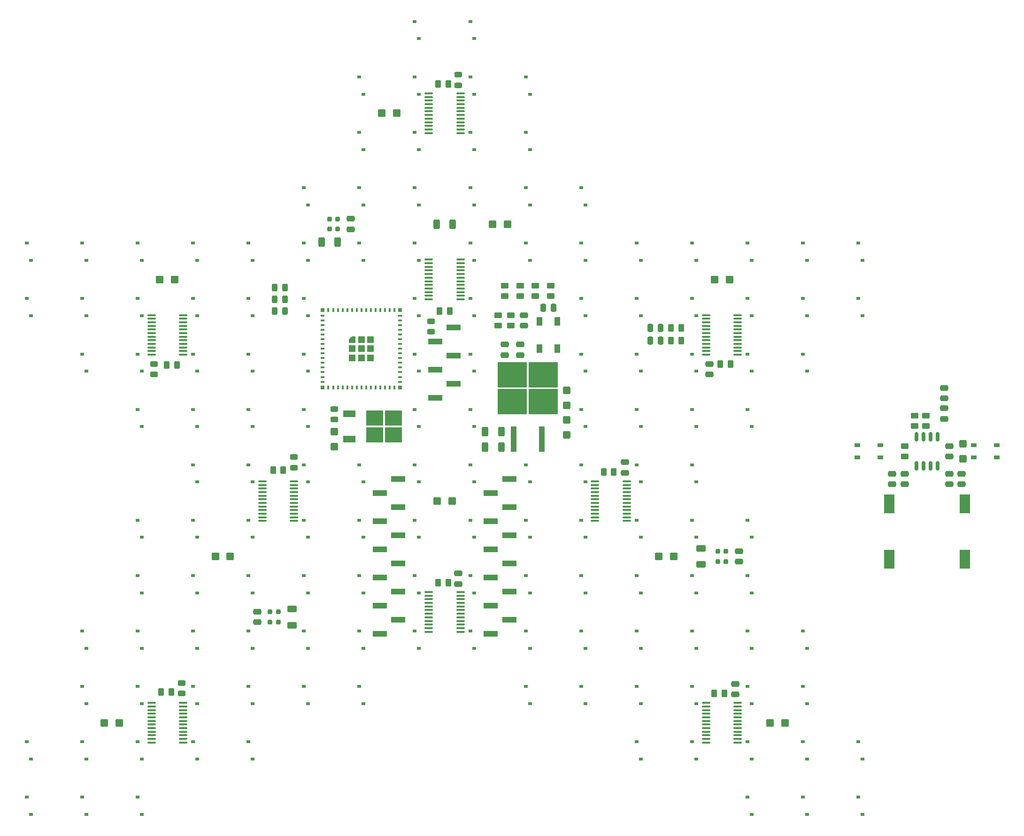
<source format=gbr>
%TF.GenerationSoftware,KiCad,Pcbnew,(6.0.7-1)-1*%
%TF.CreationDate,2022-10-07T15:09:27-06:00*%
%TF.ProjectId,starman,73746172-6d61-46e2-9e6b-696361645f70,rev?*%
%TF.SameCoordinates,Original*%
%TF.FileFunction,Paste,Top*%
%TF.FilePolarity,Positive*%
%FSLAX46Y46*%
G04 Gerber Fmt 4.6, Leading zero omitted, Abs format (unit mm)*
G04 Created by KiCad (PCBNEW (6.0.7-1)-1) date 2022-10-07 15:09:27*
%MOMM*%
%LPD*%
G01*
G04 APERTURE LIST*
G04 Aperture macros list*
%AMRoundRect*
0 Rectangle with rounded corners*
0 $1 Rounding radius*
0 $2 $3 $4 $5 $6 $7 $8 $9 X,Y pos of 4 corners*
0 Add a 4 corners polygon primitive as box body*
4,1,4,$2,$3,$4,$5,$6,$7,$8,$9,$2,$3,0*
0 Add four circle primitives for the rounded corners*
1,1,$1+$1,$2,$3*
1,1,$1+$1,$4,$5*
1,1,$1+$1,$6,$7*
1,1,$1+$1,$8,$9*
0 Add four rect primitives between the rounded corners*
20,1,$1+$1,$2,$3,$4,$5,0*
20,1,$1+$1,$4,$5,$6,$7,0*
20,1,$1+$1,$6,$7,$8,$9,0*
20,1,$1+$1,$8,$9,$2,$3,0*%
%AMFreePoly0*
4,1,6,0.600000,-0.600000,-0.600000,-0.600000,-0.600000,0.000000,0.000000,0.600000,0.600000,0.600000,0.600000,-0.600000,0.600000,-0.600000,$1*%
G04 Aperture macros list end*
%ADD10RoundRect,0.243750X-0.243750X-0.456250X0.243750X-0.456250X0.243750X0.456250X-0.243750X0.456250X0*%
%ADD11RoundRect,0.243750X0.456250X-0.243750X0.456250X0.243750X-0.456250X0.243750X-0.456250X-0.243750X0*%
%ADD12RoundRect,0.250000X0.425000X-0.450000X0.425000X0.450000X-0.425000X0.450000X-0.425000X-0.450000X0*%
%ADD13RoundRect,0.250000X-0.425000X0.450000X-0.425000X-0.450000X0.425000X-0.450000X0.425000X0.450000X0*%
%ADD14R,0.800000X0.600000*%
%ADD15RoundRect,0.100000X-0.637500X-0.100000X0.637500X-0.100000X0.637500X0.100000X-0.637500X0.100000X0*%
%ADD16RoundRect,0.100000X0.637500X0.100000X-0.637500X0.100000X-0.637500X-0.100000X0.637500X-0.100000X0*%
%ADD17RoundRect,0.250000X0.475000X-0.250000X0.475000X0.250000X-0.475000X0.250000X-0.475000X-0.250000X0*%
%ADD18R,0.800000X0.400000*%
%ADD19R,0.400000X0.800000*%
%ADD20R,1.200000X1.200000*%
%ADD21R,0.800000X0.800000*%
%ADD22FreePoly0,0.000000*%
%ADD23R,2.510000X1.000000*%
%ADD24RoundRect,0.243750X-0.456250X0.243750X-0.456250X-0.243750X0.456250X-0.243750X0.456250X0.243750X0*%
%ADD25RoundRect,0.250000X0.450000X0.425000X-0.450000X0.425000X-0.450000X-0.425000X0.450000X-0.425000X0*%
%ADD26RoundRect,0.200000X0.200000X0.250000X-0.200000X0.250000X-0.200000X-0.250000X0.200000X-0.250000X0*%
%ADD27RoundRect,0.250000X-0.450000X-0.425000X0.450000X-0.425000X0.450000X0.425000X-0.450000X0.425000X0*%
%ADD28RoundRect,0.250000X0.450000X-0.262500X0.450000X0.262500X-0.450000X0.262500X-0.450000X-0.262500X0*%
%ADD29RoundRect,0.250000X-0.262500X-0.450000X0.262500X-0.450000X0.262500X0.450000X-0.262500X0.450000X0*%
%ADD30RoundRect,0.250000X0.262500X0.450000X-0.262500X0.450000X-0.262500X-0.450000X0.262500X-0.450000X0*%
%ADD31RoundRect,0.150000X-0.150000X0.675000X-0.150000X-0.675000X0.150000X-0.675000X0.150000X0.675000X0*%
%ADD32RoundRect,0.250000X-0.625000X0.312500X-0.625000X-0.312500X0.625000X-0.312500X0.625000X0.312500X0*%
%ADD33RoundRect,0.250000X-0.475000X0.250000X-0.475000X-0.250000X0.475000X-0.250000X0.475000X0.250000X0*%
%ADD34RoundRect,0.250000X-0.250000X-0.475000X0.250000X-0.475000X0.250000X0.475000X-0.250000X0.475000X0*%
%ADD35RoundRect,0.250000X0.250000X0.475000X-0.250000X0.475000X-0.250000X-0.475000X0.250000X-0.475000X0*%
%ADD36RoundRect,0.250000X-0.450000X0.262500X-0.450000X-0.262500X0.450000X-0.262500X0.450000X0.262500X0*%
%ADD37RoundRect,0.200000X-0.200000X-0.250000X0.200000X-0.250000X0.200000X0.250000X-0.200000X0.250000X0*%
%ADD38R,1.050000X0.650000*%
%ADD39R,3.050000X2.750000*%
%ADD40R,2.200000X1.200000*%
%ADD41R,1.900000X3.500000*%
%ADD42RoundRect,0.250000X0.312500X0.625000X-0.312500X0.625000X-0.312500X-0.625000X0.312500X-0.625000X0*%
%ADD43R,5.250000X4.550000*%
%ADD44R,1.100000X4.600000*%
%ADD45RoundRect,0.250000X0.625000X-0.312500X0.625000X0.312500X-0.625000X0.312500X-0.625000X-0.312500X0*%
%ADD46RoundRect,0.250000X-0.312500X-0.625000X0.312500X-0.625000X0.312500X0.625000X-0.312500X0.625000X0*%
%ADD47R,1.000000X1.500000*%
G04 APERTURE END LIST*
D10*
%TO.C,C2*%
X79337500Y-83600000D03*
X81212500Y-83600000D03*
%TD*%
%TO.C,C3*%
X79337500Y-85700000D03*
X81212500Y-85700000D03*
%TD*%
D11*
%TO.C,C4*%
X90100000Y-105275000D03*
X90100000Y-103400000D03*
%TD*%
D12*
%TO.C,C5*%
X90100000Y-110200000D03*
X90100000Y-107500000D03*
%TD*%
%TO.C,C6*%
X132000000Y-108075000D03*
X132000000Y-105375000D03*
%TD*%
D13*
%TO.C,C7*%
X132000000Y-100050000D03*
X132000000Y-102750000D03*
%TD*%
D14*
%TO.C,D1*%
X104625000Y-33450000D03*
X105375000Y-36550000D03*
%TD*%
%TO.C,D2*%
X114625000Y-33450000D03*
X115375000Y-36550000D03*
%TD*%
%TO.C,D3*%
X94625000Y-43450000D03*
X95375000Y-46550000D03*
%TD*%
%TO.C,D4*%
X104625000Y-43450000D03*
X105375000Y-46550000D03*
%TD*%
%TO.C,D5*%
X114625000Y-43450000D03*
X115375000Y-46550000D03*
%TD*%
%TO.C,D6*%
X125375000Y-46550000D03*
X124625000Y-43450000D03*
%TD*%
%TO.C,D8*%
X104625000Y-53450000D03*
X105375000Y-56550000D03*
%TD*%
%TO.C,D9*%
X114625000Y-53450000D03*
X115375000Y-56550000D03*
%TD*%
%TO.C,D10*%
X124625000Y-53450000D03*
X125375000Y-56550000D03*
%TD*%
%TO.C,D11*%
X85375000Y-66550000D03*
X84625000Y-63450000D03*
%TD*%
%TO.C,D12*%
X94625000Y-63450000D03*
X95375000Y-66550000D03*
%TD*%
%TO.C,D14*%
X114625000Y-63450000D03*
X115375000Y-66550000D03*
%TD*%
%TO.C,D15*%
X125375000Y-66550000D03*
X124625000Y-63450000D03*
%TD*%
%TO.C,D16*%
X134625000Y-63450000D03*
X135375000Y-66550000D03*
%TD*%
%TO.C,D17*%
X34625000Y-73450000D03*
X35375000Y-76550000D03*
%TD*%
%TO.C,D18*%
X45375000Y-76550000D03*
X44625000Y-73450000D03*
%TD*%
%TO.C,D19*%
X55375000Y-76550000D03*
X54625000Y-73450000D03*
%TD*%
%TO.C,D20*%
X64625000Y-73450000D03*
X65375000Y-76550000D03*
%TD*%
%TO.C,D21*%
X75375000Y-76550000D03*
X74625000Y-73450000D03*
%TD*%
%TO.C,D22*%
X84625000Y-73450000D03*
X85375000Y-76550000D03*
%TD*%
%TO.C,D23*%
X94625000Y-73450000D03*
X95375000Y-76550000D03*
%TD*%
%TO.C,D25*%
X115375000Y-76550000D03*
X114625000Y-73450000D03*
%TD*%
%TO.C,D26*%
X124625000Y-73450000D03*
X125375000Y-76550000D03*
%TD*%
%TO.C,D27*%
X135375000Y-76550000D03*
X134625000Y-73450000D03*
%TD*%
%TO.C,D28*%
X144625000Y-73450000D03*
X145375000Y-76550000D03*
%TD*%
%TO.C,D29*%
X155375000Y-76550000D03*
X154625000Y-73450000D03*
%TD*%
%TO.C,D30*%
X164625000Y-73450000D03*
X165375000Y-76550000D03*
%TD*%
%TO.C,D31*%
X175375000Y-76550000D03*
X174625000Y-73450000D03*
%TD*%
%TO.C,D32*%
X185375000Y-76550000D03*
X184625000Y-73450000D03*
%TD*%
%TO.C,D33*%
X34625000Y-83450000D03*
X35375000Y-86550000D03*
%TD*%
%TO.C,D34*%
X45375000Y-86550000D03*
X44625000Y-83450000D03*
%TD*%
%TO.C,D36*%
X64625000Y-83450000D03*
X65375000Y-86550000D03*
%TD*%
%TO.C,D37*%
X74625000Y-83450000D03*
X75375000Y-86550000D03*
%TD*%
%TO.C,D39*%
X105375000Y-86550000D03*
X104625000Y-83450000D03*
%TD*%
%TO.C,D40*%
X114625000Y-83450000D03*
X115375000Y-86550000D03*
%TD*%
%TO.C,D41*%
X134625000Y-83450000D03*
X135375000Y-86550000D03*
%TD*%
%TO.C,D42*%
X144625000Y-83450000D03*
X145375000Y-86550000D03*
%TD*%
%TO.C,D43*%
X154625000Y-83450000D03*
X155375000Y-86550000D03*
%TD*%
%TO.C,D44*%
X165375000Y-86550000D03*
X164625000Y-83450000D03*
%TD*%
%TO.C,D45*%
X175375000Y-86550000D03*
X174625000Y-83450000D03*
%TD*%
%TO.C,D46*%
X184625000Y-83450000D03*
X185375000Y-86550000D03*
%TD*%
%TO.C,D47*%
X44625000Y-93450000D03*
X45375000Y-96550000D03*
%TD*%
%TO.C,D48*%
X54625000Y-93450000D03*
X55375000Y-96550000D03*
%TD*%
%TO.C,D49*%
X64625000Y-93450000D03*
X65375000Y-96550000D03*
%TD*%
%TO.C,D50*%
X75375000Y-96550000D03*
X74625000Y-93450000D03*
%TD*%
%TO.C,D51*%
X84625000Y-93450000D03*
X85375000Y-96550000D03*
%TD*%
%TO.C,D52*%
X104625000Y-93450000D03*
X105375000Y-96550000D03*
%TD*%
%TO.C,D53*%
X114625000Y-93450000D03*
X115375000Y-96550000D03*
%TD*%
%TO.C,D54*%
X135375000Y-96550000D03*
X134625000Y-93450000D03*
%TD*%
%TO.C,D55*%
X145375000Y-96550000D03*
X144625000Y-93450000D03*
%TD*%
%TO.C,D56*%
X155375000Y-96550000D03*
X154625000Y-93450000D03*
%TD*%
%TO.C,D57*%
X165375000Y-96550000D03*
X164625000Y-93450000D03*
%TD*%
%TO.C,D58*%
X174625000Y-93450000D03*
X175375000Y-96550000D03*
%TD*%
%TO.C,D59*%
X54625000Y-103450000D03*
X55375000Y-106550000D03*
%TD*%
%TO.C,D60*%
X65375000Y-106550000D03*
X64625000Y-103450000D03*
%TD*%
%TO.C,D61*%
X74625000Y-103450000D03*
X75375000Y-106550000D03*
%TD*%
%TO.C,D62*%
X84625000Y-103450000D03*
X85375000Y-106550000D03*
%TD*%
%TO.C,D64*%
X114625000Y-103450000D03*
X115375000Y-106550000D03*
%TD*%
%TO.C,D65*%
X134625000Y-103450000D03*
X135375000Y-106550000D03*
%TD*%
%TO.C,D69*%
X65375000Y-116550000D03*
X64625000Y-113450000D03*
%TD*%
%TO.C,D70*%
X74625000Y-113450000D03*
X75375000Y-116550000D03*
%TD*%
%TO.C,D71*%
X84625000Y-113450000D03*
X85375000Y-116550000D03*
%TD*%
%TO.C,D72*%
X94625000Y-113450000D03*
X95375000Y-116550000D03*
%TD*%
%TO.C,D73*%
X105375000Y-116550000D03*
X104625000Y-113450000D03*
%TD*%
%TO.C,D74*%
X114625000Y-113450000D03*
X115375000Y-116550000D03*
%TD*%
%TO.C,D75*%
X124625000Y-113450000D03*
X125375000Y-116550000D03*
%TD*%
%TO.C,D76*%
X135375000Y-116550000D03*
X134625000Y-113450000D03*
%TD*%
%TO.C,D77*%
X145375000Y-116550000D03*
X144625000Y-113450000D03*
%TD*%
%TO.C,D78*%
X154625000Y-113450000D03*
X155375000Y-116550000D03*
%TD*%
%TO.C,D79*%
X55375000Y-126550000D03*
X54625000Y-123450000D03*
%TD*%
%TO.C,D85*%
X115375000Y-126550000D03*
X114625000Y-123450000D03*
%TD*%
%TO.C,D86*%
X125375000Y-126550000D03*
X124625000Y-123450000D03*
%TD*%
%TO.C,D87*%
X134625000Y-123450000D03*
X135375000Y-126550000D03*
%TD*%
%TO.C,D88*%
X144625000Y-123450000D03*
X145375000Y-126550000D03*
%TD*%
%TO.C,D89*%
X155375000Y-126550000D03*
X154625000Y-123450000D03*
%TD*%
D15*
%TO.C,U8*%
X157137500Y-156425000D03*
X157137500Y-157075000D03*
X157137500Y-157725000D03*
X157137500Y-158375000D03*
X157137500Y-159025000D03*
X157137500Y-159675000D03*
X157137500Y-160325000D03*
X157137500Y-160975000D03*
X157137500Y-161625000D03*
X157137500Y-162275000D03*
X157137500Y-162925000D03*
X157137500Y-163575000D03*
X162862500Y-163575000D03*
X162862500Y-162925000D03*
X162862500Y-162275000D03*
X162862500Y-161625000D03*
X162862500Y-160975000D03*
X162862500Y-160325000D03*
X162862500Y-159675000D03*
X162862500Y-159025000D03*
X162862500Y-158375000D03*
X162862500Y-157725000D03*
X162862500Y-157075000D03*
X162862500Y-156425000D03*
%TD*%
%TO.C,U9*%
X137137500Y-116425000D03*
X137137500Y-117075000D03*
X137137500Y-117725000D03*
X137137500Y-118375000D03*
X137137500Y-119025000D03*
X137137500Y-119675000D03*
X137137500Y-120325000D03*
X137137500Y-120975000D03*
X137137500Y-121625000D03*
X137137500Y-122275000D03*
X137137500Y-122925000D03*
X137137500Y-123575000D03*
X142862500Y-123575000D03*
X142862500Y-122925000D03*
X142862500Y-122275000D03*
X142862500Y-121625000D03*
X142862500Y-120975000D03*
X142862500Y-120325000D03*
X142862500Y-119675000D03*
X142862500Y-119025000D03*
X142862500Y-118375000D03*
X142862500Y-117725000D03*
X142862500Y-117075000D03*
X142862500Y-116425000D03*
%TD*%
D14*
%TO.C,D24*%
X105375000Y-76550000D03*
X104625000Y-73450000D03*
%TD*%
%TO.C,D35*%
X54625000Y-83450000D03*
X55375000Y-86550000D03*
%TD*%
%TO.C,D90*%
X165375000Y-126550000D03*
X164625000Y-123450000D03*
%TD*%
%TO.C,D91*%
X54625000Y-133450000D03*
X55375000Y-136550000D03*
%TD*%
%TO.C,D92*%
X64625000Y-133450000D03*
X65375000Y-136550000D03*
%TD*%
%TO.C,D93*%
X74625000Y-133450000D03*
X75375000Y-136550000D03*
%TD*%
%TO.C,D94*%
X85375000Y-136550000D03*
X84625000Y-133450000D03*
%TD*%
%TO.C,D95*%
X95375000Y-136550000D03*
X94625000Y-133450000D03*
%TD*%
%TO.C,D96*%
X104625000Y-133450000D03*
X105375000Y-136550000D03*
%TD*%
%TO.C,D97*%
X114625000Y-133450000D03*
X115375000Y-136550000D03*
%TD*%
%TO.C,D98*%
X124625000Y-133450000D03*
X125375000Y-136550000D03*
%TD*%
%TO.C,D99*%
X134625000Y-133450000D03*
X135375000Y-136550000D03*
%TD*%
%TO.C,D100*%
X145375000Y-136550000D03*
X144625000Y-133450000D03*
%TD*%
%TO.C,D101*%
X155375000Y-136550000D03*
X154625000Y-133450000D03*
%TD*%
%TO.C,D102*%
X164625000Y-133450000D03*
X165375000Y-136550000D03*
%TD*%
%TO.C,D103*%
X45375000Y-146550000D03*
X44625000Y-143450000D03*
%TD*%
%TO.C,D104*%
X55375000Y-146550000D03*
X54625000Y-143450000D03*
%TD*%
%TO.C,D106*%
X74625000Y-143450000D03*
X75375000Y-146550000D03*
%TD*%
%TO.C,D107*%
X85375000Y-146550000D03*
X84625000Y-143450000D03*
%TD*%
%TO.C,D108*%
X95375000Y-146550000D03*
X94625000Y-143450000D03*
%TD*%
%TO.C,D109*%
X104625000Y-143450000D03*
X105375000Y-146550000D03*
%TD*%
%TO.C,D110*%
X115375000Y-146550000D03*
X114625000Y-143450000D03*
%TD*%
%TO.C,D111*%
X125375000Y-146550000D03*
X124625000Y-143450000D03*
%TD*%
%TO.C,D112*%
X135375000Y-146550000D03*
X134625000Y-143450000D03*
%TD*%
%TO.C,D113*%
X145375000Y-146550000D03*
X144625000Y-143450000D03*
%TD*%
%TO.C,D114*%
X154625000Y-143450000D03*
X155375000Y-146550000D03*
%TD*%
%TO.C,D115*%
X164625000Y-143450000D03*
X165375000Y-146550000D03*
%TD*%
%TO.C,D116*%
X174625000Y-143450000D03*
X175375000Y-146550000D03*
%TD*%
%TO.C,D117*%
X45375000Y-156550000D03*
X44625000Y-153450000D03*
%TD*%
%TO.C,D118*%
X55375000Y-156550000D03*
X54625000Y-153450000D03*
%TD*%
%TO.C,D119*%
X64625000Y-153450000D03*
X65375000Y-156550000D03*
%TD*%
%TO.C,D120*%
X75375000Y-156550000D03*
X74625000Y-153450000D03*
%TD*%
%TO.C,D121*%
X85375000Y-156550000D03*
X84625000Y-153450000D03*
%TD*%
%TO.C,D122*%
X95375000Y-156550000D03*
X94625000Y-153450000D03*
%TD*%
%TO.C,D123*%
X125375000Y-156550000D03*
X124625000Y-153450000D03*
%TD*%
%TO.C,D124*%
X135375000Y-156550000D03*
X134625000Y-153450000D03*
%TD*%
%TO.C,D125*%
X144625000Y-153450000D03*
X145375000Y-156550000D03*
%TD*%
%TO.C,D127*%
X164625000Y-153450000D03*
X165375000Y-156550000D03*
%TD*%
%TO.C,D128*%
X175375000Y-156550000D03*
X174625000Y-153450000D03*
%TD*%
%TO.C,D129*%
X34625000Y-163450000D03*
X35375000Y-166550000D03*
%TD*%
%TO.C,D130*%
X45375000Y-166550000D03*
X44625000Y-163450000D03*
%TD*%
%TO.C,D131*%
X54625000Y-163450000D03*
X55375000Y-166550000D03*
%TD*%
%TO.C,D132*%
X65375000Y-166550000D03*
X64625000Y-163450000D03*
%TD*%
%TO.C,D133*%
X74625000Y-163450000D03*
X75375000Y-166550000D03*
%TD*%
%TO.C,D134*%
X145375000Y-166550000D03*
X144625000Y-163450000D03*
%TD*%
%TO.C,D135*%
X155375000Y-166550000D03*
X154625000Y-163450000D03*
%TD*%
%TO.C,D136*%
X165375000Y-166550000D03*
X164625000Y-163450000D03*
%TD*%
%TO.C,D137*%
X175375000Y-166550000D03*
X174625000Y-163450000D03*
%TD*%
%TO.C,D138*%
X185375000Y-166550000D03*
X184625000Y-163450000D03*
%TD*%
D15*
%TO.C,U5*%
X77137500Y-116425000D03*
X77137500Y-117075000D03*
X77137500Y-117725000D03*
X77137500Y-118375000D03*
X77137500Y-119025000D03*
X77137500Y-119675000D03*
X77137500Y-120325000D03*
X77137500Y-120975000D03*
X77137500Y-121625000D03*
X77137500Y-122275000D03*
X77137500Y-122925000D03*
X77137500Y-123575000D03*
X82862500Y-123575000D03*
X82862500Y-122925000D03*
X82862500Y-122275000D03*
X82862500Y-121625000D03*
X82862500Y-120975000D03*
X82862500Y-120325000D03*
X82862500Y-119675000D03*
X82862500Y-119025000D03*
X82862500Y-118375000D03*
X82862500Y-117725000D03*
X82862500Y-117075000D03*
X82862500Y-116425000D03*
%TD*%
%TO.C,U3*%
X107137500Y-46425000D03*
X107137500Y-47075000D03*
X107137500Y-47725000D03*
X107137500Y-48375000D03*
X107137500Y-49025000D03*
X107137500Y-49675000D03*
X107137500Y-50325000D03*
X107137500Y-50975000D03*
X107137500Y-51625000D03*
X107137500Y-52275000D03*
X107137500Y-52925000D03*
X107137500Y-53575000D03*
X112862500Y-53575000D03*
X112862500Y-52925000D03*
X112862500Y-52275000D03*
X112862500Y-51625000D03*
X112862500Y-50975000D03*
X112862500Y-50325000D03*
X112862500Y-49675000D03*
X112862500Y-49025000D03*
X112862500Y-48375000D03*
X112862500Y-47725000D03*
X112862500Y-47075000D03*
X112862500Y-46425000D03*
%TD*%
D16*
%TO.C,U2*%
X112862500Y-83575000D03*
X112862500Y-82925000D03*
X112862500Y-82275000D03*
X112862500Y-81625000D03*
X112862500Y-80975000D03*
X112862500Y-80325000D03*
X112862500Y-79675000D03*
X112862500Y-79025000D03*
X112862500Y-78375000D03*
X112862500Y-77725000D03*
X112862500Y-77075000D03*
X112862500Y-76425000D03*
X107137500Y-76425000D03*
X107137500Y-77075000D03*
X107137500Y-77725000D03*
X107137500Y-78375000D03*
X107137500Y-79025000D03*
X107137500Y-79675000D03*
X107137500Y-80325000D03*
X107137500Y-80975000D03*
X107137500Y-81625000D03*
X107137500Y-82275000D03*
X107137500Y-82925000D03*
X107137500Y-83575000D03*
%TD*%
%TO.C,U4*%
X62862500Y-93575000D03*
X62862500Y-92925000D03*
X62862500Y-92275000D03*
X62862500Y-91625000D03*
X62862500Y-90975000D03*
X62862500Y-90325000D03*
X62862500Y-89675000D03*
X62862500Y-89025000D03*
X62862500Y-88375000D03*
X62862500Y-87725000D03*
X62862500Y-87075000D03*
X62862500Y-86425000D03*
X57137500Y-86425000D03*
X57137500Y-87075000D03*
X57137500Y-87725000D03*
X57137500Y-88375000D03*
X57137500Y-89025000D03*
X57137500Y-89675000D03*
X57137500Y-90325000D03*
X57137500Y-90975000D03*
X57137500Y-91625000D03*
X57137500Y-92275000D03*
X57137500Y-92925000D03*
X57137500Y-93575000D03*
%TD*%
D14*
%TO.C,D63*%
X104625000Y-103450000D03*
X105375000Y-106550000D03*
%TD*%
%TO.C,D80*%
X65375000Y-126550000D03*
X64625000Y-123450000D03*
%TD*%
%TO.C,D81*%
X75375000Y-126550000D03*
X74625000Y-123450000D03*
%TD*%
%TO.C,D82*%
X84625000Y-123450000D03*
X85375000Y-126550000D03*
%TD*%
%TO.C,D83*%
X94625000Y-123450000D03*
X95375000Y-126550000D03*
%TD*%
%TO.C,D84*%
X105375000Y-126550000D03*
X104625000Y-123450000D03*
%TD*%
%TO.C,D66*%
X144625000Y-103450000D03*
X145375000Y-106550000D03*
%TD*%
%TO.C,D67*%
X155375000Y-106550000D03*
X154625000Y-103450000D03*
%TD*%
%TO.C,D68*%
X164625000Y-103450000D03*
X165375000Y-106550000D03*
%TD*%
%TO.C,D139*%
X34625000Y-173450000D03*
X35375000Y-176550000D03*
%TD*%
%TO.C,D140*%
X44625000Y-173450000D03*
X45375000Y-176550000D03*
%TD*%
%TO.C,D141*%
X54625000Y-173450000D03*
X55375000Y-176550000D03*
%TD*%
%TO.C,D142*%
X165375000Y-176550000D03*
X164625000Y-173450000D03*
%TD*%
%TO.C,D143*%
X175375000Y-176550000D03*
X174625000Y-173450000D03*
%TD*%
%TO.C,D144*%
X185375000Y-176550000D03*
X184625000Y-173450000D03*
%TD*%
%TO.C,D38*%
X85375000Y-86550000D03*
X84625000Y-83450000D03*
%TD*%
%TO.C,D7*%
X95375000Y-56550000D03*
X94625000Y-53450000D03*
%TD*%
%TO.C,D13*%
X105375000Y-66550000D03*
X104625000Y-63450000D03*
%TD*%
D15*
%TO.C,U7*%
X107137500Y-136425000D03*
X107137500Y-137075000D03*
X107137500Y-137725000D03*
X107137500Y-138375000D03*
X107137500Y-139025000D03*
X107137500Y-139675000D03*
X107137500Y-140325000D03*
X107137500Y-140975000D03*
X107137500Y-141625000D03*
X107137500Y-142275000D03*
X107137500Y-142925000D03*
X107137500Y-143575000D03*
X112862500Y-143575000D03*
X112862500Y-142925000D03*
X112862500Y-142275000D03*
X112862500Y-141625000D03*
X112862500Y-140975000D03*
X112862500Y-140325000D03*
X112862500Y-139675000D03*
X112862500Y-139025000D03*
X112862500Y-138375000D03*
X112862500Y-137725000D03*
X112862500Y-137075000D03*
X112862500Y-136425000D03*
%TD*%
D14*
%TO.C,D126*%
X155375000Y-156550000D03*
X154625000Y-153450000D03*
%TD*%
D11*
%TO.C,C11*%
X82800000Y-113937500D03*
X82800000Y-112062500D03*
%TD*%
%TO.C,C9*%
X112500000Y-44937500D03*
X112500000Y-43062500D03*
%TD*%
D17*
%TO.C,C13*%
X112500000Y-134950000D03*
X112500000Y-133050000D03*
%TD*%
D18*
%TO.C,U1*%
X88000000Y-86550000D03*
X88000000Y-87400000D03*
X88000000Y-88250000D03*
X88000000Y-89100000D03*
X88000000Y-89950000D03*
X88000000Y-90800000D03*
X88000000Y-91650000D03*
X88000000Y-92500000D03*
X88000000Y-93350000D03*
X88000000Y-94200000D03*
X88000000Y-95050000D03*
X88000000Y-95900000D03*
X88000000Y-96750000D03*
X88000000Y-97600000D03*
X88000000Y-98450000D03*
D19*
X89050000Y-99500000D03*
X89900000Y-99500000D03*
X90750000Y-99500000D03*
X91600000Y-99500000D03*
X92450000Y-99500000D03*
X93300000Y-99500000D03*
X94150000Y-99500000D03*
X95000000Y-99500000D03*
X95850000Y-99500000D03*
X96700000Y-99500000D03*
X97550000Y-99500000D03*
X98400000Y-99500000D03*
X99250000Y-99500000D03*
X100100000Y-99500000D03*
X100950000Y-99500000D03*
D18*
X102000000Y-98450000D03*
X102000000Y-97600000D03*
X102000000Y-96750000D03*
X102000000Y-95900000D03*
X102000000Y-95050000D03*
X102000000Y-94200000D03*
X102000000Y-93350000D03*
X102000000Y-92500000D03*
X102000000Y-91650000D03*
X102000000Y-90800000D03*
X102000000Y-89950000D03*
X102000000Y-89100000D03*
X102000000Y-88250000D03*
X102000000Y-87400000D03*
X102000000Y-86550000D03*
D19*
X97550000Y-85500000D03*
D20*
X96650000Y-92500000D03*
D19*
X94150000Y-85500000D03*
X98400000Y-85500000D03*
D21*
X102000000Y-99500000D03*
D19*
X96700000Y-85500000D03*
X89900000Y-85500000D03*
D21*
X88000000Y-85500000D03*
D19*
X92450000Y-85500000D03*
D20*
X95000000Y-90850000D03*
X93350000Y-92500000D03*
X96650000Y-94150000D03*
D22*
X93350000Y-90850000D03*
D19*
X95850000Y-85500000D03*
X91600000Y-85500000D03*
D21*
X102000000Y-85500000D03*
D19*
X89050000Y-85500000D03*
D21*
X88000000Y-99500000D03*
D20*
X95000000Y-94150000D03*
D19*
X93300000Y-85500000D03*
D20*
X93350000Y-94150000D03*
X96650000Y-90850000D03*
D19*
X99250000Y-85500000D03*
X100100000Y-85500000D03*
X100950000Y-85500000D03*
X90750000Y-85500000D03*
X95000000Y-85500000D03*
D20*
X95000000Y-92500000D03*
%TD*%
D15*
%TO.C,U6*%
X57137500Y-156425000D03*
X57137500Y-157075000D03*
X57137500Y-157725000D03*
X57137500Y-158375000D03*
X57137500Y-159025000D03*
X57137500Y-159675000D03*
X57137500Y-160325000D03*
X57137500Y-160975000D03*
X57137500Y-161625000D03*
X57137500Y-162275000D03*
X57137500Y-162925000D03*
X57137500Y-163575000D03*
X62862500Y-163575000D03*
X62862500Y-162925000D03*
X62862500Y-162275000D03*
X62862500Y-161625000D03*
X62862500Y-160975000D03*
X62862500Y-160325000D03*
X62862500Y-159675000D03*
X62862500Y-159025000D03*
X62862500Y-158375000D03*
X62862500Y-157725000D03*
X62862500Y-157075000D03*
X62862500Y-156425000D03*
%TD*%
D14*
%TO.C,D105*%
X64625000Y-143450000D03*
X65375000Y-146550000D03*
%TD*%
D10*
%TO.C,C1*%
X79337500Y-81500000D03*
X81212500Y-81500000D03*
%TD*%
D23*
%TO.C,J1*%
X121655000Y-116030000D03*
X118345000Y-118570000D03*
X121655000Y-121110000D03*
X118345000Y-123650000D03*
X121655000Y-126190000D03*
X118345000Y-128730000D03*
X121655000Y-131270000D03*
X118345000Y-133810000D03*
X121655000Y-136350000D03*
X118345000Y-138890000D03*
X121655000Y-141430000D03*
X118345000Y-143970000D03*
%TD*%
%TO.C,J2*%
X111655000Y-88650000D03*
X108345000Y-91190000D03*
X111655000Y-93730000D03*
X108345000Y-96270000D03*
X111655000Y-98810000D03*
X108345000Y-101350000D03*
%TD*%
D24*
%TO.C,C8*%
X107525000Y-87587500D03*
X107525000Y-89462500D03*
%TD*%
%TO.C,C10*%
X57600000Y-95262500D03*
X57600000Y-97137500D03*
%TD*%
D11*
%TO.C,C12*%
X62600000Y-154687500D03*
X62600000Y-152812500D03*
%TD*%
D25*
%TO.C,C22*%
X121350000Y-70000000D03*
X118650000Y-70000000D03*
%TD*%
D26*
%TO.C,X1*%
X90725000Y-70925000D03*
X90725000Y-69075000D03*
X89275000Y-69075000D03*
X89275000Y-70925000D03*
%TD*%
D27*
%TO.C,C25*%
X48650000Y-160000000D03*
X51350000Y-160000000D03*
%TD*%
D28*
%TO.C,R6*%
X126350000Y-82962500D03*
X126350000Y-81137500D03*
%TD*%
D25*
%TO.C,C23*%
X161400000Y-80000000D03*
X158700000Y-80000000D03*
%TD*%
D29*
%TO.C,R22*%
X150837500Y-88750000D03*
X152662500Y-88750000D03*
%TD*%
D30*
%TO.C,R10*%
X61712500Y-95400000D03*
X59887500Y-95400000D03*
%TD*%
D31*
%TO.C,U13*%
X198905000Y-108375000D03*
X197635000Y-108375000D03*
X196365000Y-108375000D03*
X195095000Y-108375000D03*
X195095000Y-113625000D03*
X196365000Y-113625000D03*
X197635000Y-113625000D03*
X198905000Y-113625000D03*
%TD*%
D32*
%TO.C,R18*%
X82450000Y-139462500D03*
X82450000Y-142387500D03*
%TD*%
D17*
%TO.C,C38*%
X190700000Y-116950000D03*
X190700000Y-115050000D03*
%TD*%
%TO.C,C30*%
X123600000Y-93650000D03*
X123600000Y-91750000D03*
%TD*%
D33*
%TO.C,C19*%
X163100000Y-129050000D03*
X163100000Y-130950000D03*
%TD*%
D34*
%TO.C,C32*%
X147080000Y-91000000D03*
X148980000Y-91000000D03*
%TD*%
D26*
%TO.C,X3*%
X160725000Y-130925000D03*
X160725000Y-129075000D03*
X159275000Y-129075000D03*
X159275000Y-130925000D03*
%TD*%
D35*
%TO.C,C33*%
X129650000Y-85150000D03*
X127750000Y-85150000D03*
%TD*%
D17*
%TO.C,C14*%
X162450000Y-154900000D03*
X162450000Y-153000000D03*
%TD*%
D29*
%TO.C,R13*%
X108837500Y-134750000D03*
X110662500Y-134750000D03*
%TD*%
D23*
%TO.C,J3*%
X101655000Y-116030000D03*
X98345000Y-118570000D03*
X101655000Y-121110000D03*
X98345000Y-123650000D03*
X101655000Y-126190000D03*
X98345000Y-128730000D03*
X101655000Y-131270000D03*
X98345000Y-133810000D03*
X101655000Y-136350000D03*
X98345000Y-138890000D03*
X101655000Y-141430000D03*
X98345000Y-143970000D03*
%TD*%
D36*
%TO.C,R1*%
X119700000Y-86487500D03*
X119700000Y-88312500D03*
%TD*%
D30*
%TO.C,R8*%
X110922500Y-85690000D03*
X109097500Y-85690000D03*
%TD*%
D37*
%TO.C,X2*%
X78550000Y-140000000D03*
X78550000Y-141850000D03*
X80000000Y-141850000D03*
X80000000Y-140000000D03*
%TD*%
D17*
%TO.C,C36*%
X200100000Y-101450000D03*
X200100000Y-99550000D03*
%TD*%
D38*
%TO.C,SW2*%
X209575000Y-112075000D03*
X205425000Y-112075000D03*
X205425000Y-109925000D03*
X209575000Y-109925000D03*
%TD*%
D27*
%TO.C,C21*%
X58650000Y-80000000D03*
X61350000Y-80000000D03*
%TD*%
D39*
%TO.C,U12*%
X100775000Y-104975000D03*
X97425000Y-104975000D03*
X97425000Y-108025000D03*
X100775000Y-108025000D03*
D40*
X92800000Y-104220000D03*
X92800000Y-108780000D03*
%TD*%
D33*
%TO.C,FB1*%
X193000000Y-115050000D03*
X193000000Y-116950000D03*
%TD*%
D28*
%TO.C,R7*%
X129100000Y-82962500D03*
X129100000Y-81137500D03*
%TD*%
D13*
%TO.C,C40*%
X203500000Y-109650000D03*
X203500000Y-112350000D03*
%TD*%
D27*
%TO.C,C26*%
X108650000Y-120000000D03*
X111350000Y-120000000D03*
%TD*%
D25*
%TO.C,C28*%
X171350000Y-160000000D03*
X168650000Y-160000000D03*
%TD*%
D17*
%TO.C,C18*%
X76200000Y-141875000D03*
X76200000Y-139975000D03*
%TD*%
D33*
%TO.C,C34*%
X124300000Y-86450000D03*
X124300000Y-88350000D03*
%TD*%
D27*
%TO.C,C27*%
X148650000Y-130000000D03*
X151350000Y-130000000D03*
%TD*%
D41*
%TO.C,LS1*%
X203850000Y-120500000D03*
X190150000Y-120500000D03*
X190150000Y-130500000D03*
X203850000Y-130500000D03*
%TD*%
D17*
%TO.C,C37*%
X203250000Y-116950000D03*
X203250000Y-115050000D03*
%TD*%
D42*
%TO.C,R20*%
X120237500Y-107475000D03*
X117312500Y-107475000D03*
%TD*%
D29*
%TO.C,R11*%
X79087500Y-114400000D03*
X80912500Y-114400000D03*
%TD*%
D28*
%TO.C,R25*%
X194750000Y-106412500D03*
X194750000Y-104587500D03*
%TD*%
D27*
%TO.C,C20*%
X98650000Y-50000000D03*
X101350000Y-50000000D03*
%TD*%
D36*
%TO.C,R4*%
X120850000Y-81137500D03*
X120850000Y-82962500D03*
%TD*%
D33*
%TO.C,C16*%
X157800000Y-95250000D03*
X157800000Y-97150000D03*
%TD*%
D29*
%TO.C,R15*%
X138687500Y-114700000D03*
X140512500Y-114700000D03*
%TD*%
D16*
%TO.C,U10*%
X162862500Y-93575000D03*
X162862500Y-92925000D03*
X162862500Y-92275000D03*
X162862500Y-91625000D03*
X162862500Y-90975000D03*
X162862500Y-90325000D03*
X162862500Y-89675000D03*
X162862500Y-89025000D03*
X162862500Y-88375000D03*
X162862500Y-87725000D03*
X162862500Y-87075000D03*
X162862500Y-86425000D03*
X157137500Y-86425000D03*
X157137500Y-87075000D03*
X157137500Y-87725000D03*
X157137500Y-88375000D03*
X157137500Y-89025000D03*
X157137500Y-89675000D03*
X157137500Y-90325000D03*
X157137500Y-90975000D03*
X157137500Y-91625000D03*
X157137500Y-92275000D03*
X157137500Y-92925000D03*
X157137500Y-93575000D03*
%TD*%
D33*
%TO.C,C39*%
X201000000Y-110050000D03*
X201000000Y-111950000D03*
%TD*%
D43*
%TO.C,U11*%
X127775000Y-102050000D03*
X122225000Y-102050000D03*
X122225000Y-97200000D03*
X127775000Y-97200000D03*
D44*
X122460000Y-108775000D03*
X127540000Y-108775000D03*
%TD*%
D36*
%TO.C,R5*%
X123600000Y-81137500D03*
X123600000Y-82962500D03*
%TD*%
D34*
%TO.C,C31*%
X147080000Y-88750000D03*
X148980000Y-88750000D03*
%TD*%
D17*
%TO.C,FB2*%
X201000000Y-116950000D03*
X201000000Y-115050000D03*
%TD*%
%TO.C,C15*%
X142500000Y-114900000D03*
X142500000Y-113000000D03*
%TD*%
D33*
%TO.C,C17*%
X93100000Y-69050000D03*
X93100000Y-70950000D03*
%TD*%
D30*
%TO.C,R16*%
X161537500Y-95300000D03*
X159712500Y-95300000D03*
%TD*%
D45*
%TO.C,R19*%
X156275000Y-131462500D03*
X156275000Y-128537500D03*
%TD*%
D17*
%TO.C,C35*%
X200100000Y-105150000D03*
X200100000Y-103250000D03*
%TD*%
D28*
%TO.C,R24*%
X196800000Y-106412500D03*
X196800000Y-104587500D03*
%TD*%
D29*
%TO.C,R12*%
X58900000Y-154450000D03*
X60725000Y-154450000D03*
%TD*%
D38*
%TO.C,SW1*%
X184425000Y-109925000D03*
X188575000Y-109925000D03*
X184425000Y-112075000D03*
X188575000Y-112075000D03*
%TD*%
D42*
%TO.C,R17*%
X90737500Y-73225000D03*
X87812500Y-73225000D03*
%TD*%
D36*
%TO.C,R2*%
X121985000Y-86487500D03*
X121985000Y-88312500D03*
%TD*%
D29*
%TO.C,R9*%
X108837500Y-44750000D03*
X110662500Y-44750000D03*
%TD*%
%TO.C,R23*%
X150837500Y-91000000D03*
X152662500Y-91000000D03*
%TD*%
D46*
%TO.C,R21*%
X117312500Y-110275000D03*
X120237500Y-110275000D03*
%TD*%
D29*
%TO.C,R14*%
X158637500Y-154700000D03*
X160462500Y-154700000D03*
%TD*%
D28*
%TO.C,R26*%
X193000000Y-111912500D03*
X193000000Y-110087500D03*
%TD*%
D17*
%TO.C,C29*%
X120850000Y-93650000D03*
X120850000Y-91750000D03*
%TD*%
D46*
%TO.C,R3*%
X108537500Y-70000000D03*
X111462500Y-70000000D03*
%TD*%
D25*
%TO.C,C24*%
X71350000Y-130000000D03*
X68650000Y-130000000D03*
%TD*%
D47*
%TO.C,D145*%
X130300000Y-87550000D03*
X127100000Y-87550000D03*
X127100000Y-92450000D03*
X130300000Y-92450000D03*
%TD*%
M02*

</source>
